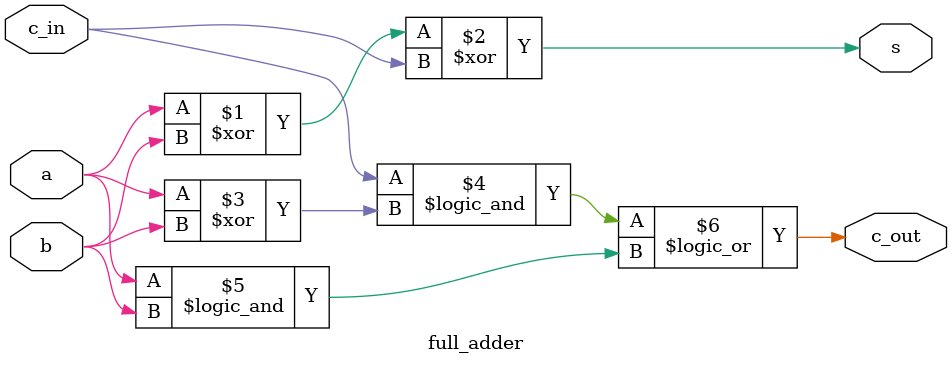
<source format=v>
module full_adder(
    input a,
    input b,
    input c_in,

    output c_out,
    output s
);

assign s = (a ^ b) ^ c_in;
assign c_out = ( c_in && (a ^ b) ) || (a && b);

endmodule
</source>
